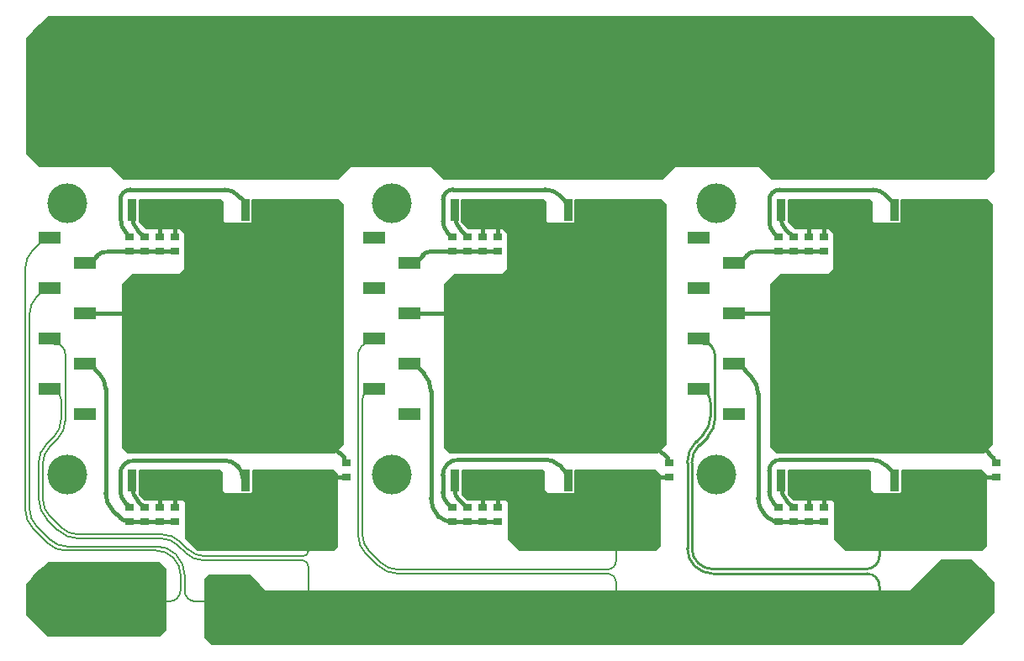
<source format=gbr>
%TF.GenerationSoftware,Altium Limited,Altium Designer,24.0.1 (36)*%
G04 Layer_Physical_Order=1*
G04 Layer_Color=191*
%FSLAX45Y45*%
%MOMM*%
%TF.SameCoordinates,BDB9926C-BC38-41AE-A616-4D177B64427C*%
%TF.FilePolarity,Positive*%
%TF.FileFunction,Copper,L1,Top,Signal*%
%TF.Part,Single*%
G01*
G75*
%TA.AperFunction,Conductor*%
%ADD10C,0.25400*%
%ADD11C,0.20320*%
%ADD12C,0.38100*%
%TA.AperFunction,SMDPad,CuDef*%
%ADD13R,2.20000X1.27000*%
%ADD14R,5.19999X3.49987*%
%ADD15C,7.50000*%
%ADD16R,0.85000X0.75000*%
%ADD17R,9.99998X8.50001*%
%ADD18C,0.44000*%
%ADD19R,0.90000X2.20000*%
%ADD20R,3.49987X5.19999*%
%TA.AperFunction,ViaPad*%
%ADD21C,4.00000*%
G36*
X9875520Y6162040D02*
Y4810760D01*
X9791700Y4726940D01*
X7632700D01*
X7503160Y4856480D01*
X6667500D01*
X6537960Y4726940D01*
X4335780D01*
X4206240Y4856480D01*
X3395980Y4856480D01*
X3266440Y4726940D01*
X1107440D01*
X977900Y4856480D01*
X256540D01*
X121920Y4991100D01*
Y6154420D01*
X347980Y6380480D01*
X9657080D01*
X9875520Y6162040D01*
D02*
G37*
G36*
X9865360Y4478020D02*
Y2062480D01*
X9768840Y1965960D01*
X7683500D01*
X7622540Y2026920D01*
Y3680460D01*
X7724140Y3782060D01*
X8204200D01*
X8252460Y3830320D01*
Y4183380D01*
X8206740Y4229100D01*
X7866380D01*
X7792720Y4302760D01*
Y4521200D01*
X7804277Y4532757D01*
Y4532851D01*
X7804371D01*
X7805420Y4533900D01*
X8625840D01*
X8651240Y4508500D01*
X8651240Y4310380D01*
X8666480Y4295140D01*
X8925560D01*
X8933180Y4302760D01*
Y4526280D01*
X8940800Y4533900D01*
X9809480D01*
X9865360Y4478020D01*
D02*
G37*
G36*
X6578600D02*
Y2062480D01*
X6482080Y1965960D01*
X4396740D01*
X4335780Y2026920D01*
Y3680460D01*
X4437380Y3782060D01*
X4917440D01*
X4965700Y3830320D01*
Y4183380D01*
X4919980Y4229100D01*
X4579620D01*
X4505960Y4302760D01*
Y4521200D01*
X4517517Y4532757D01*
Y4532851D01*
X4517611D01*
X4518660Y4533900D01*
X5339080D01*
X5364480Y4508500D01*
X5364480Y4310380D01*
X5379720Y4295140D01*
X5636260D01*
X5646420Y4305300D01*
Y4526280D01*
X5654040Y4533900D01*
X6522720D01*
X6578600Y4478020D01*
D02*
G37*
G36*
X3329940D02*
Y2062480D01*
X3233420Y1965960D01*
X1148080D01*
X1087120Y2026920D01*
Y3680460D01*
X1188720Y3782060D01*
X1668780D01*
X1717040Y3830320D01*
Y4183380D01*
X1671320Y4229100D01*
X1330960D01*
X1257300Y4302760D01*
Y4521200D01*
X1268857Y4532757D01*
Y4532851D01*
X1268951D01*
X1270000Y4533900D01*
X2090420D01*
X2115820Y4508500D01*
X2115820Y4310380D01*
X2131060Y4295140D01*
X2390691D01*
X2397760Y4302209D01*
Y4526280D01*
X2405380Y4533900D01*
X3274060D01*
X3329940Y4478020D01*
D02*
G37*
G36*
X9756140Y1808480D02*
X9804400Y1760220D01*
X9804400Y1031240D01*
X9756140Y982980D01*
X8384539Y982980D01*
X8265160Y1102359D01*
X8265160Y1473199D01*
X8242300Y1496060D01*
X7856220Y1496060D01*
X7795260Y1557020D01*
Y1798320D01*
X7805420Y1808480D01*
X8615680D01*
X8638540Y1785620D01*
Y1595120D01*
X8666480Y1567180D01*
X8920480D01*
X8935720Y1582420D01*
Y1798320D01*
X8945880Y1808480D01*
X9756140Y1808480D01*
D02*
G37*
G36*
X6469380D02*
X6517640Y1760220D01*
X6517640Y1031240D01*
X6469380Y982980D01*
X5097779Y982980D01*
X4978400Y1102359D01*
X4978400Y1473199D01*
X4955540Y1496060D01*
X4569460Y1496060D01*
X4508500Y1557020D01*
Y1798320D01*
X4518660Y1808480D01*
X5328920D01*
X5351780Y1785620D01*
Y1595120D01*
X5379720Y1567180D01*
X5633720D01*
X5648960Y1582420D01*
Y1798320D01*
X5659120Y1808480D01*
X6469380Y1808480D01*
D02*
G37*
G36*
X3220720D02*
X3268980Y1760220D01*
X3268980Y1031240D01*
X3220720Y982980D01*
X1849119Y982980D01*
X1729740Y1102359D01*
X1729740Y1473199D01*
X1706880Y1496060D01*
X1320800Y1496060D01*
X1259840Y1557020D01*
Y1798320D01*
X1270000Y1808480D01*
X2080260D01*
X2103120Y1785620D01*
Y1595120D01*
X2131060Y1567180D01*
X2385060D01*
X2400300Y1582420D01*
Y1798320D01*
X2410460Y1808480D01*
X3220720Y1808480D01*
D02*
G37*
G36*
X9880600Y673100D02*
Y365760D01*
X9550400Y35560D01*
X1993900D01*
X1922780Y106680D01*
Y708660D01*
X1960880Y746760D01*
X2382520D01*
X2479040Y650240D01*
X2542540Y586740D01*
X9024620D01*
X9342120Y904240D01*
X9649460D01*
X9880600Y673100D01*
D02*
G37*
G36*
X1536700Y807720D02*
X1536700Y185420D01*
X1475740Y124460D01*
X342900D01*
X124460Y342900D01*
Y657860D01*
X345440Y878840D01*
X1465580D01*
X1536700Y807720D01*
D02*
G37*
D10*
X8683154Y722124D02*
G03*
X8594909Y758629I-88245J-88406D01*
G01*
X8683315Y721963D02*
G03*
X8683234Y722043I-88406J-88245D01*
G01*
X8719820Y633718D02*
G03*
X8683315Y721963I-124911J0D01*
G01*
X8588320Y804349D02*
G03*
X8681304Y842864I0J131500D01*
G01*
D02*
G03*
X8719820Y935849I-92985J92985D01*
G01*
X8683234Y722043D02*
G03*
X8683154Y722124I-88325J-88325D01*
G01*
X6860029Y832475D02*
G03*
X7039084Y758629I179055J180154D01*
G01*
X6785083Y1012628D02*
G03*
X6859478Y833022I254000J0D01*
G01*
X6830803Y1012629D02*
G03*
X6891807Y865353I208281J0D01*
G01*
D02*
G03*
X7039084Y804349I147277J147277D01*
G01*
X6943624Y2159422D02*
G03*
X7018019Y2339027I-179605J179605D01*
G01*
X6872855Y2088653D02*
G03*
X6785083Y1876733I211948J-211920D01*
G01*
X6872993Y2088791D02*
G03*
X6872883Y2088681I211810J-212058D01*
G01*
X6989344Y2140484D02*
G03*
X7063739Y2320089I-179605J179605D01*
G01*
X6905198Y2056338D02*
G03*
X6830803Y1876733I179605J-179605D01*
G01*
X6980382Y2578418D02*
G03*
X6980309Y2578490I-91111J-90967D01*
G01*
X7018019Y2487451D02*
G03*
X6980382Y2578418I-128749J0D01*
G01*
X7063739Y2960664D02*
G03*
X7030719Y3040381I-112736J0D01*
G01*
X8719820Y396240D02*
Y633718D01*
Y935849D02*
Y1158240D01*
X7039084Y758629D02*
X8594909D01*
X7039084Y804349D02*
X8588320D01*
X6859478Y833022D02*
X6860029Y832475D01*
X6785083Y1012628D02*
Y1876733D01*
X6830803Y1012629D02*
Y1876733D01*
X6872993Y2088791D02*
X6943624Y2159422D01*
X6905198Y2056338D02*
X6989344Y2140484D01*
X7063739Y2320089D02*
Y2960664D01*
X7018019Y2339027D02*
Y2487451D01*
X6942600Y2616200D02*
X6980309Y2578490D01*
X6997700Y3073400D02*
X7030719Y3040381D01*
X6896100Y3124200D02*
X6946900Y3073400D01*
X6997700D01*
D11*
X446031Y2119891D02*
G03*
X520426Y2299496I-179605J179605D01*
G01*
X405391Y2136725D02*
G03*
X479786Y2316330I-179605J179605D01*
G01*
X328395Y2059728D02*
G03*
X254000Y1880123I179605J-179605D01*
G01*
X369035Y2042895D02*
G03*
X294640Y1863290I179605J-179605D01*
G01*
X160020Y1412364D02*
G03*
X234415Y1232759I254000J0D01*
G01*
X254000Y1509511D02*
G03*
X340364Y1301102I294640J0D01*
G01*
X294640Y1509511D02*
G03*
X369035Y1329905I254000J0D01*
G01*
X361539Y1105635D02*
G03*
X541144Y1031240I179605J179605D01*
G01*
X442959Y1198506D02*
G03*
X442760Y1198706I-14497J-14238D01*
G01*
X442639Y1198827D02*
G03*
X442583Y1198883I-14411J-14326D01*
G01*
X442760Y1198705D02*
G03*
X442639Y1198827I-14532J-14203D01*
G01*
X442960Y1198507D02*
G03*
X650991Y1112520I208030J208653D01*
G01*
X471385Y1227555D02*
G03*
X650991Y1153160I179605J179605D01*
G01*
X452666Y2572474D02*
G03*
X452651Y2572489I-65523J-65494D01*
G01*
X462473Y2560906D02*
G03*
X452666Y2572474I-75331J-53926D01*
G01*
X479786Y2506980D02*
G03*
X462473Y2560906I-92643J0D01*
G01*
X520426Y2971599D02*
G03*
X491353Y3041787I-99261J0D01*
G01*
X234415Y3552435D02*
G03*
X160020Y3372829I179605J-179605D01*
G01*
X190110Y4015350D02*
G03*
X119380Y3844593I170758J-170758D01*
G01*
Y1395530D02*
G03*
X193775Y1215925I254000J0D01*
G01*
X344705Y1064995D02*
G03*
X524310Y990600I179605J179605D01*
G01*
X1679295Y1078765D02*
G03*
X1499690Y1153160I-179605J-179605D01*
G01*
X1628794Y956845D02*
G03*
X1449189Y1031240I-179605J-179605D01*
G01*
X1661187Y1039399D02*
G03*
X1484573Y1112520I-176614J-176736D01*
G01*
X1661248Y1039339D02*
G03*
X1661187Y1039399I-176675J-176675D01*
G01*
X1722120Y744923D02*
G03*
X1638360Y947279I-286317J0D01*
G01*
X1681480Y744923D02*
G03*
X1609557Y918609I-245677J0D01*
G01*
X1609523Y918643D02*
G03*
X1435754Y990600I-173769J-173837D01*
G01*
X1609557Y918609D02*
G03*
X1609523Y918643I-173803J-173803D01*
G01*
X1734429Y966157D02*
G03*
X1914034Y891763I179605J179605D01*
G01*
X1751263Y1006797D02*
G03*
X1930868Y932403I179605J179605D01*
G01*
X1753905Y509235D02*
G03*
X1830522Y477520I76617J76687D01*
G01*
X1722120Y585922D02*
G03*
X1753870Y509270I108401J0D01*
G01*
X1568743Y477520D02*
G03*
X1648460Y510540I0J112737D01*
G01*
D02*
G03*
X1681480Y590257I-79717J79717D01*
G01*
X1753870Y509270D02*
G03*
X1753905Y509235I76652J76652D01*
G01*
X2949992Y875034D02*
G03*
X2909606Y891763I-40385J-40385D01*
G01*
X2950017Y875009D02*
G03*
X2949992Y875034I-40411J-40361D01*
G01*
X2966720Y834648D02*
G03*
X2950017Y875009I-57114J0D01*
G01*
X2951651Y947472D02*
G03*
X2966720Y983851I-36379J36379D01*
G01*
X2951635Y947456D02*
G03*
X2951651Y947472I-36364J36396D01*
G01*
X2915271Y932403D02*
G03*
X2951635Y947456I0J51449D01*
G01*
X3526005Y2559045D02*
G03*
X3510280Y2509520I70124J-49525D01*
G01*
X3535425Y2570225D02*
G03*
X3526005Y2559045I60705J-60705D01*
G01*
X3499730Y3040770D02*
G03*
X3469640Y2968126I72644J-72644D01*
G01*
Y1142477D02*
G03*
X3544035Y962872I254000J0D01*
G01*
X3510280Y1159311D02*
G03*
X3584675Y979705I254000J0D01*
G01*
X3662490Y844417D02*
G03*
X3662434Y844473I-14411J-14326D01*
G01*
X3662610Y844294D02*
G03*
X3662490Y844417I-14532J-14203D01*
G01*
X3662810Y844095D02*
G03*
X3662611Y844295I-14497J-14238D01*
G01*
X3662811Y844096D02*
G03*
X3870841Y758109I208030J208653D01*
G01*
X3691236Y873144D02*
G03*
X3870841Y798749I179605J179605D01*
G01*
X6044109Y734281D02*
G03*
X5986496Y758109I-57613J-57736D01*
G01*
X6044232Y734158D02*
G03*
X6044170Y734220I-57736J-57613D01*
G01*
X6068060Y676545D02*
G03*
X6044232Y734158I-81564J0D01*
G01*
X6044170Y734220D02*
G03*
X6044109Y734281I-57675J-57675D01*
G01*
X6041906Y824772D02*
G03*
X6041972Y824838I-62916J63048D01*
G01*
X5978990Y798749D02*
G03*
X6041906Y824772I0J89070D01*
G01*
X6042038Y824903D02*
G03*
X6068060Y887820I-63048J62916D01*
G01*
X6041972Y824838D02*
G03*
X6042038Y824903I-62982J62982D01*
G01*
X369035Y2042895D02*
X446031Y2119891D01*
X520426Y2299496D02*
Y2971599D01*
X479786Y2316330D02*
Y2506980D01*
X328395Y2059728D02*
X405391Y2136725D01*
X254000Y1509511D02*
Y1880123D01*
X294640Y1509511D02*
Y1863290D01*
X340364Y1301102D02*
X442583Y1198883D01*
X369035Y1329905D02*
X471385Y1227555D01*
X650991Y1112520D02*
X1484573D01*
X442960Y1198507D02*
X442960Y1198507D01*
X442959Y1198506D02*
X442960Y1198507D01*
X234415Y1232759D02*
X361539Y1105635D01*
X650991Y1153160D02*
X1499690D01*
X452651Y2572489D02*
X452666Y2572474D01*
X449580Y2575560D02*
X452651Y2572489D01*
X462280Y3070860D02*
X491353Y3041787D01*
X160020Y1412364D02*
Y3372829D01*
X234415Y3552435D02*
X314180Y3632200D01*
X119380Y1395530D02*
Y3844593D01*
X190110Y4015350D02*
X260840Y4086080D01*
X193775Y1215925D02*
X344705Y1064995D01*
X524310Y990600D02*
X1435754D01*
X541144Y1031240D02*
X1449189D01*
X1679295Y1078765D02*
X1751263Y1006797D01*
X1661248Y1039339D02*
X1734429Y966157D01*
X1628794Y956845D02*
X1638360Y947279D01*
X1914034Y891763D02*
X2909606D01*
X1930868Y932403D02*
X2915271D01*
X1722120Y585922D02*
Y744923D01*
X1681480Y590257D02*
Y744923D01*
X1363980Y477520D02*
X1568743D01*
X1830522D02*
X2125980D01*
X2966720Y396240D02*
Y834648D01*
Y983851D02*
Y1158240D01*
X3510280Y1159311D02*
Y2509520D01*
X3535425Y2570225D02*
X3543300Y2578100D01*
X3499730Y3040770D02*
X3529820Y3070860D01*
X3469640Y1142477D02*
Y2968126D01*
X3544035Y962872D02*
X3662434Y844473D01*
X3584675Y979705D02*
X3691236Y873144D01*
X3662811Y844096D02*
X3662811Y844096D01*
X3662810Y844095D02*
X3662811Y844096D01*
X3870841Y758109D02*
X5986496D01*
X3870841Y798749D02*
X5978990D01*
X6068060Y396240D02*
Y676545D01*
Y887820D02*
Y1158240D01*
X3529820Y3070860D02*
Y3070860D01*
X3583160Y3124200D01*
X360680D02*
X414020Y3070860D01*
X462280D01*
X314180Y3124200D02*
X360680D01*
X260840Y4086080D02*
Y4086860D01*
X314180Y4140200D02*
X360680D01*
X260840Y4086860D02*
X314180Y4140200D01*
Y3632200D02*
X360680D01*
X4721860Y1554480D02*
X4724400Y1557020D01*
D12*
X2307446Y1721654D02*
G03*
X2257624Y1841936I-170105J0D01*
G01*
X2254319Y1845242D02*
G03*
X2126328Y1898211I-127991J-128150D01*
G01*
X2254398Y1845162D02*
G03*
X2254319Y1845242I-128070J-128070D01*
G01*
X1113644Y1859083D02*
G03*
X1074615Y1764789I94392J-94294D01*
G01*
X1113742Y1859181D02*
G03*
X1113693Y1859132I94294J-94392D01*
G01*
X1208036Y1898211D02*
G03*
X1113742Y1859181I0J-133421D01*
G01*
X1113693Y1859132D02*
G03*
X1113644Y1859083I94343J-94343D01*
G01*
X1074615Y1598221D02*
G03*
X1129030Y1466850I185786J0D01*
G01*
X1256007Y1487273D02*
G03*
X1256096Y1487184I150360J150184D01*
G01*
X1193851Y1637456D02*
G03*
X1256007Y1487273I212517J0D01*
G01*
X861186Y2776213D02*
G03*
X861120Y2776280I-159357J-159224D01*
G01*
X927100Y2616989D02*
G03*
X861186Y2776213I-225271J0D01*
G01*
X2254772Y4575289D02*
G03*
X2127746Y4627880I-127026J-127109D01*
G01*
X2254813Y4575247D02*
G03*
X2254772Y4575289I-127068J-127068D01*
G01*
X1104467Y4597680D02*
G03*
X1074371Y4524948I72836J-72732D01*
G01*
X1104572Y4597784D02*
G03*
X1104520Y4597732I72732J-72836D01*
G01*
X1177303Y4627880D02*
G03*
X1104572Y4597784I0J-102932D01*
G01*
X1104520Y4597732D02*
G03*
X1104467Y4597680I72784J-72784D01*
G01*
X1147495Y4173815D02*
G03*
X1148766Y4172534I180877J178324D01*
G01*
X1074371Y4352139D02*
G03*
X1147490Y4173820I254000J0D01*
G01*
X1256007Y4212693D02*
G03*
X1256096Y4212605I150360J150184D01*
G01*
X1193851Y4362877D02*
G03*
X1256007Y4212693I212517J0D01*
G01*
X833191Y3957340D02*
G03*
X833146Y3957295I115996J-116086D01*
G01*
X949187Y4005361D02*
G03*
X833191Y3957340I0J-164107D01*
G01*
X1111459Y1293151D02*
G03*
X1170940Y1279940I59481J127296D01*
G01*
X1071586Y1321094D02*
G03*
X1111459Y1293151I99354J99354D01*
G01*
X927100Y1570790D02*
G03*
X1001495Y1391185I254000J0D01*
G01*
X3329350Y1926431D02*
G03*
X3322741Y1933856I-67105J-53072D01*
G01*
X3347800Y1873360D02*
G03*
X3329350Y1926431I-85555J0D01*
G01*
X9869850Y1924255D02*
G03*
X9865038Y1929520I-60972J-50895D01*
G01*
X9888300Y1873360D02*
G03*
X9869850Y1924255I-79422J0D01*
G01*
X8785535Y1846525D02*
G03*
X8640993Y1906396I-144542J-144542D01*
G01*
X7642196Y1873856D02*
G03*
X7609753Y1795462I78490J-78394D01*
G01*
X7642293Y1873953D02*
G03*
X7642244Y1873904I78394J-78490D01*
G01*
X7720686Y1906396D02*
G03*
X7642293Y1873953I0J-110933D01*
G01*
X7642244Y1873904D02*
G03*
X7642196Y1873856I78442J-78442D01*
G01*
X7791427Y1487273D02*
G03*
X7791516Y1487184I150360J150184D01*
G01*
X7729271Y1637456D02*
G03*
X7791427Y1487273I212517J0D01*
G01*
X7609753Y1581323D02*
G03*
X7655556Y1470744I156383J0D01*
G01*
X7589686Y1328254D02*
G03*
X7655196Y1288071I116674J116722D01*
G01*
X7589662Y1328278D02*
G03*
X7589686Y1328254I116698J116698D01*
G01*
X7498080Y1518643D02*
G03*
X7567930Y1350010I238483J0D01*
G01*
X7655196Y1288071D02*
G03*
X7706360Y1279940I51164J156904D01*
G01*
X7498080Y2569529D02*
G03*
X7423685Y2749134I-254000J0D01*
G01*
X7479028Y4005361D02*
G03*
X7381300Y3964880I0J-138208D01*
G01*
X8825428Y4533772D02*
G03*
X8825395Y4533805I-110994J-110928D01*
G01*
X8871356Y4422844D02*
G03*
X8825428Y4533772I-156923J0D01*
G01*
X8788322Y4570878D02*
G03*
X8650648Y4627880I-137674J-137756D01*
G01*
X8788363Y4570837D02*
G03*
X8788322Y4570878I-137715J-137715D01*
G01*
X7641893Y4596433D02*
G03*
X7610446Y4520512I75920J-75920D01*
G01*
X7717813Y4627880D02*
G03*
X7641893Y4596433I0J-107368D01*
G01*
X7610446Y4305561D02*
G03*
X7655903Y4195818I155200J0D01*
G01*
X7729281Y4335941D02*
G03*
X7773710Y4230410I151715J1756D01*
G01*
X7729271Y4337696D02*
G03*
X7729281Y4335941I151725J0D01*
G01*
X6604000Y1873360D02*
G03*
X6582477Y1925321I-73485J0D01*
G01*
X5538668Y1806632D02*
G03*
X5538635Y1806665I-110994J-110928D01*
G01*
X5584596Y1695704D02*
G03*
X5538668Y1806632I-156923J0D01*
G01*
X5498119Y1847181D02*
G03*
X5352281Y1907540I-145838J-146007D01*
G01*
X5498203Y1847097D02*
G03*
X5498119Y1847181I-145922J-145922D01*
G01*
X4368613Y1860907D02*
G03*
X4322111Y1748549I112489J-112358D01*
G01*
X4368744Y1861038D02*
G03*
X4368679Y1860973I112358J-112489D01*
G01*
X4481102Y1907540D02*
G03*
X4368744Y1861038I0J-158991D01*
G01*
X4368679Y1860973D02*
G03*
X4368613Y1860907I112423J-112423D01*
G01*
X4442511Y1597164D02*
G03*
X4478060Y1511340I121373J0D01*
G01*
X4322111Y1578492D02*
G03*
X4367086Y1469914I153553J0D01*
G01*
X4278755Y1337185D02*
G03*
X4417060Y1279940I138305J138452D01*
G01*
X4278682Y1337258D02*
G03*
X4278755Y1337185I138378J138378D01*
G01*
X4203700Y1517450D02*
G03*
X4278095Y1337845I254000J0D01*
G01*
X4203700Y2597469D02*
G03*
X4129305Y2777074I-254000J0D01*
G01*
X4205403Y4005361D02*
G03*
X4120007Y3970028I0J-120864D01*
G01*
D02*
G03*
X4119940Y3969960I85396J-85531D01*
G01*
X4323961Y4309290D02*
G03*
X4370511Y4196910I158929J0D01*
G01*
X4442511Y4382520D02*
G03*
X4516906Y4202915I254000J0D01*
G01*
X4428634Y4630465D02*
G03*
X4354619Y4599807I0J-104672D01*
G01*
D02*
G03*
X4323961Y4525792I74015J-74015D01*
G01*
X5584596Y4422844D02*
G03*
X5538635Y4533805I-156923J0D01*
G01*
X5506120Y4566320D02*
G03*
X5351261Y4630465I-154859J-154859D01*
G01*
X2254398Y1845162D02*
X2257624Y1841936D01*
X1208036Y1898211D02*
X2126328D01*
X1074615Y1598221D02*
Y1764789D01*
X1129030Y1466850D02*
X1147490Y1448390D01*
X1256096Y1487184D02*
X1318340Y1424940D01*
X1193851Y1637456D02*
Y1695704D01*
X767199Y2870200D02*
X861120Y2776280D01*
X927100Y1570790D02*
Y2616989D01*
X2254813Y4575247D02*
X2307446Y4522614D01*
X1177303Y4627880D02*
X2127746D01*
X1074371Y4352139D02*
Y4524948D01*
X1148766Y4172534D02*
X1170940Y4150361D01*
X1256096Y4212605D02*
X1318340Y4150361D01*
X1193851Y4362877D02*
Y4422844D01*
X811649Y3935798D02*
X833146Y3957295D01*
X949187Y4005361D02*
X1170940D01*
Y1279940D02*
X1323340D01*
X1001495Y1391185D02*
X1071586Y1321094D01*
X3347800Y1873360D02*
X3352800D01*
X3236849Y2019749D02*
X3322741Y1933856D01*
X9888300Y1873360D02*
X9893300D01*
X9774809Y2019749D02*
X9865038Y1929520D01*
X8785535Y1846525D02*
X8845406Y1786654D01*
X7720686Y1906396D02*
X8640993D01*
X7609753Y1581323D02*
Y1795462D01*
X7791516Y1487184D02*
X7853760Y1424940D01*
X7729271Y1637456D02*
Y1695704D01*
X7655556Y1470744D02*
X7701360Y1424940D01*
X7589662Y1328278D02*
X7589686Y1328254D01*
X7567930Y1350010D02*
X7589662Y1328278D01*
X7498080Y1518643D02*
Y2569529D01*
X7706360Y1279940D02*
X7858760D01*
X7302619Y2870200D02*
X7423685Y2749134D01*
X7302619Y3886200D02*
X7381300Y3964880D01*
X7479028Y4005361D02*
X7706360D01*
X8788363Y4570837D02*
X8825395Y4533805D01*
X7717813Y4627880D02*
X8650648D01*
X7610446Y4305561D02*
Y4520512D01*
X7655903Y4195818D02*
X7701360Y4150361D01*
X7773710Y4230410D02*
X7853760Y4150361D01*
X7729271Y4337696D02*
Y4422844D01*
X7853760Y4150361D02*
X7858760D01*
X6488049Y2019749D02*
X6582477Y1925321D01*
X5498203Y1847097D02*
X5538635Y1806665D01*
X4481102Y1907540D02*
X5352281D01*
X4322111Y1578492D02*
Y1748549D01*
X4478060Y1511340D02*
X4564460Y1424940D01*
X4442511Y1597164D02*
Y1695704D01*
X4564460Y1424940D02*
X4569460D01*
X4367086Y1469914D02*
X4412060Y1424940D01*
X4417060Y1279940D02*
X4569460D01*
X4278095Y1337845D02*
X4278682Y1337258D01*
X4203700Y1517450D02*
Y2597469D01*
X4036179Y2870200D02*
X4129305Y2777074D01*
X4036179Y3886200D02*
X4119940Y3969960D01*
X4205403Y4005361D02*
X4417060D01*
X3989680Y3886200D02*
X4036179D01*
X4370511Y4196910D02*
X4417060Y4150361D01*
X4323961Y4309290D02*
Y4525792D01*
X4442511Y4382520D02*
Y4422844D01*
X4516906Y4202915D02*
X4569460Y4150361D01*
X4428634Y4630465D02*
X5351261D01*
X5506120Y4566320D02*
X5538635Y4533805D01*
X720700Y2870200D02*
X767199D01*
X720700Y3378200D02*
X1107440D01*
X1170940Y4005361D02*
X1628140D01*
X811649Y3930650D02*
Y3935798D01*
X720700Y3886200D02*
X767199D01*
X811649Y3930650D01*
X3989680Y3378200D02*
X4368800D01*
X4417060Y4005361D02*
X4569460D01*
X3989680Y2870200D02*
X4036179D01*
X7256120Y3886200D02*
X7302619D01*
X7256120Y3378200D02*
X7668260D01*
X7256120Y2870200D02*
X7302619D01*
X9774809Y2019749D02*
Y2019750D01*
X9649460Y1737360D02*
X9658460Y1728360D01*
X9893300D01*
X6343540Y1728360D02*
X6604000D01*
X6327140Y1711960D02*
X6343540Y1728360D01*
X6488049Y2019749D02*
Y2019750D01*
X3098404Y1699212D02*
X3127552Y1728360D01*
X3352800D01*
X8163560Y1424940D02*
Y1516380D01*
X8011160Y1424940D02*
Y1521460D01*
X1628140Y1424940D02*
Y1508760D01*
X1475740Y1424940D02*
Y1511300D01*
X4874260Y1424940D02*
Y1531620D01*
X4721860Y1424940D02*
Y1554480D01*
Y4005361D02*
X4874260D01*
X4569460D02*
X4721860D01*
X8163560Y4150361D02*
Y4262120D01*
X8011160Y4150361D02*
Y4269740D01*
X4874260Y4150361D02*
Y4259580D01*
X4721860Y4150361D02*
Y4267200D01*
X3236849Y2019749D02*
Y2019750D01*
X1628140Y4150361D02*
Y4244340D01*
X1475740Y4150361D02*
Y4244340D01*
X4721860Y1279940D02*
X4874260D01*
X4569460D02*
X4721860D01*
X9368859Y2425700D02*
X9774809Y2019750D01*
X9293860Y2425700D02*
X9368859D01*
X6082099D02*
X6488049Y2019750D01*
X6007100Y2425700D02*
X6082099D01*
X2830899D02*
X3236849Y2019750D01*
X2755900Y2425700D02*
X2830899D01*
X1318340Y1424940D02*
X1323340D01*
X1165940D02*
X1170940D01*
X1147490Y1443390D02*
Y1448390D01*
Y1443390D02*
X1165940Y1424940D01*
X1475740Y1279940D02*
X1628140D01*
X1323340D02*
X1475740D01*
X2307446Y4448793D02*
Y4522614D01*
Y4448793D02*
X2333396Y4422844D01*
X1628140Y4005361D02*
X1628140Y4005361D01*
X1170940Y4005361D02*
X1170940Y4005361D01*
X1318340Y4150361D02*
X1323340D01*
X4412060Y1424940D02*
X4417060D01*
X8845406Y1786654D02*
X8845406D01*
X8871356Y1760704D01*
X8011160Y1279940D02*
X8163560D01*
X7858760D02*
X8011160D01*
X7701360Y1424940D02*
X7706360D01*
X8871356Y1695704D02*
Y1760704D01*
X7853760Y1424940D02*
X7858760D01*
X8011160Y4005361D02*
X8163560D01*
X7858760D02*
X8011160D01*
X7706360D02*
X7858760D01*
X7701360Y4150361D02*
X7706360D01*
D13*
X3989680Y3886200D02*
D03*
Y2362200D02*
D03*
X3629660Y2616200D02*
D03*
Y4140200D02*
D03*
X3989680Y2870200D02*
D03*
X3629660Y3124200D02*
D03*
X3989680Y3378200D02*
D03*
X3629660Y3632200D02*
D03*
X7256120Y3886200D02*
D03*
Y2362200D02*
D03*
X6896100Y2616200D02*
D03*
Y4140200D02*
D03*
X7256120Y2870200D02*
D03*
X6896100Y3124200D02*
D03*
X7256120Y3378200D02*
D03*
X6896100Y3632200D02*
D03*
X720700Y3886200D02*
D03*
Y2362200D02*
D03*
X360680Y2616200D02*
D03*
Y4140200D02*
D03*
X720700Y2870200D02*
D03*
X360680Y3124200D02*
D03*
X720700Y3378200D02*
D03*
X360680Y3632200D02*
D03*
D14*
X6068060Y1158240D02*
D03*
Y396240D02*
D03*
X2966720Y1158240D02*
D03*
Y396240D02*
D03*
X8719820Y1158240D02*
D03*
Y396240D02*
D03*
D15*
X5438140Y3533140D02*
D03*
X2186940D02*
D03*
X8719820D02*
D03*
X9499600Y520700D02*
D03*
X9499384Y6000012D02*
D03*
X499366Y500001D02*
D03*
Y6000012D02*
D03*
D16*
X1475740Y4005361D02*
D03*
Y4150361D02*
D03*
X1170940Y1424940D02*
D03*
Y1279940D02*
D03*
X1323340Y1424940D02*
D03*
Y1279940D02*
D03*
X1475740D02*
D03*
Y1424940D02*
D03*
X1628140Y1279940D02*
D03*
Y1424940D02*
D03*
X4417060Y1279940D02*
D03*
Y1424940D02*
D03*
X4569460D02*
D03*
Y1279940D02*
D03*
X4721860D02*
D03*
Y1424940D02*
D03*
X4874260D02*
D03*
Y1279940D02*
D03*
X1170940Y4005361D02*
D03*
Y4150361D02*
D03*
X1323340Y4005361D02*
D03*
Y4150361D02*
D03*
X1628140Y4150361D02*
D03*
Y4005361D02*
D03*
X4417060Y4005361D02*
D03*
Y4150361D02*
D03*
X4569460D02*
D03*
Y4005361D02*
D03*
X4721860D02*
D03*
Y4150361D02*
D03*
X4874260D02*
D03*
Y4005361D02*
D03*
X7706360Y4150361D02*
D03*
Y4005361D02*
D03*
X7858760D02*
D03*
Y4150361D02*
D03*
X8011160Y4005361D02*
D03*
Y4150361D02*
D03*
X7858760Y1279940D02*
D03*
Y1424940D02*
D03*
X6604000Y1873360D02*
D03*
Y1728360D02*
D03*
X7706360Y1424940D02*
D03*
Y1279940D02*
D03*
X8163560Y4005361D02*
D03*
Y4150361D02*
D03*
X8011160Y1424940D02*
D03*
Y1279940D02*
D03*
X8163560D02*
D03*
Y1424940D02*
D03*
X9893300Y1728360D02*
D03*
Y1873360D02*
D03*
X3352800Y1728360D02*
D03*
Y1873360D02*
D03*
D17*
X4865014Y5152840D02*
D03*
Y2425700D02*
D03*
X6007100Y5152840D02*
D03*
X1616354D02*
D03*
X2755900D02*
D03*
X8151774Y2425700D02*
D03*
X6007100D02*
D03*
X2755900D02*
D03*
X9293860D02*
D03*
X1616354D02*
D03*
X9293860Y5152840D02*
D03*
X8151774D02*
D03*
D18*
X4922520Y4422844D02*
D03*
Y1695704D02*
D03*
X6064606Y4422844D02*
D03*
X1673860D02*
D03*
X2813406D02*
D03*
X8209280Y1695704D02*
D03*
X6064606D02*
D03*
X2813406D02*
D03*
X9351366D02*
D03*
X1673860D02*
D03*
X9351366Y4422844D02*
D03*
X8209280D02*
D03*
D19*
X4442511D02*
D03*
Y1695704D02*
D03*
X5584596Y4422844D02*
D03*
X1193851D02*
D03*
X2333396D02*
D03*
X7729271Y1695704D02*
D03*
X5584596D02*
D03*
X2333396D02*
D03*
X8871356D02*
D03*
X1193851D02*
D03*
X8871356Y4422844D02*
D03*
X7729271D02*
D03*
D20*
X1363980Y477520D02*
D03*
X2125980D02*
D03*
D21*
X538480Y4493260D02*
D03*
X3807460D02*
D03*
X7073900D02*
D03*
Y1757680D02*
D03*
X3807460D02*
D03*
X538480D02*
D03*
%TF.MD5,93db50f6f440122a84091b2a067289b7*%
M02*

</source>
